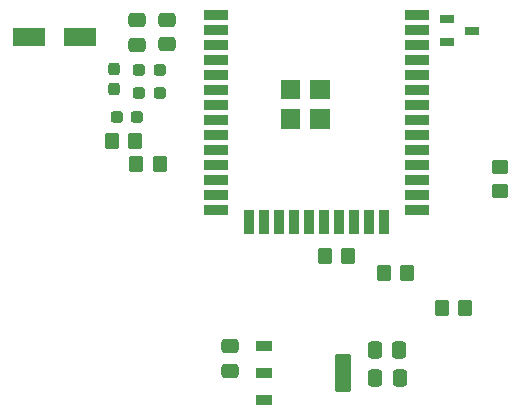
<source format=gtp>
G04 #@! TF.GenerationSoftware,KiCad,Pcbnew,(6.0.4)*
G04 #@! TF.CreationDate,2022-04-15T12:37:11+02:00*
G04 #@! TF.ProjectId,standaard,7374616e-6461-4617-9264-2e6b69636164,rev?*
G04 #@! TF.SameCoordinates,Original*
G04 #@! TF.FileFunction,Paste,Top*
G04 #@! TF.FilePolarity,Positive*
%FSLAX46Y46*%
G04 Gerber Fmt 4.6, Leading zero omitted, Abs format (unit mm)*
G04 Created by KiCad (PCBNEW (6.0.4)) date 2022-04-15 12:37:11*
%MOMM*%
%LPD*%
G01*
G04 APERTURE LIST*
G04 Aperture macros list*
%AMRoundRect*
0 Rectangle with rounded corners*
0 $1 Rounding radius*
0 $2 $3 $4 $5 $6 $7 $8 $9 X,Y pos of 4 corners*
0 Add a 4 corners polygon primitive as box body*
4,1,4,$2,$3,$4,$5,$6,$7,$8,$9,$2,$3,0*
0 Add four circle primitives for the rounded corners*
1,1,$1+$1,$2,$3*
1,1,$1+$1,$4,$5*
1,1,$1+$1,$6,$7*
1,1,$1+$1,$8,$9*
0 Add four rect primitives between the rounded corners*
20,1,$1+$1,$2,$3,$4,$5,0*
20,1,$1+$1,$4,$5,$6,$7,0*
20,1,$1+$1,$6,$7,$8,$9,0*
20,1,$1+$1,$8,$9,$2,$3,0*%
G04 Aperture macros list end*
%ADD10C,0.010000*%
%ADD11RoundRect,0.250000X-0.337500X-0.475000X0.337500X-0.475000X0.337500X0.475000X-0.337500X0.475000X0*%
%ADD12RoundRect,0.250000X0.337500X0.475000X-0.337500X0.475000X-0.337500X-0.475000X0.337500X-0.475000X0*%
%ADD13RoundRect,0.042000X-0.573000X-0.258000X0.573000X-0.258000X0.573000X0.258000X-0.573000X0.258000X0*%
%ADD14RoundRect,0.093000X-0.562000X0.372000X-0.562000X-0.372000X0.562000X-0.372000X0.562000X0.372000X0*%
%ADD15RoundRect,0.131000X-0.524000X1.489000X-0.524000X-1.489000X0.524000X-1.489000X0.524000X1.489000X0*%
%ADD16R,2.000000X0.900000*%
%ADD17R,0.900000X2.000000*%
%ADD18RoundRect,0.237500X-0.237500X0.287500X-0.237500X-0.287500X0.237500X-0.287500X0.237500X0.287500X0*%
%ADD19RoundRect,0.250000X0.350000X0.450000X-0.350000X0.450000X-0.350000X-0.450000X0.350000X-0.450000X0*%
%ADD20RoundRect,0.237500X0.287500X0.237500X-0.287500X0.237500X-0.287500X-0.237500X0.287500X-0.237500X0*%
%ADD21RoundRect,0.250000X0.475000X-0.337500X0.475000X0.337500X-0.475000X0.337500X-0.475000X-0.337500X0*%
%ADD22RoundRect,0.250000X-0.450000X0.350000X-0.450000X-0.350000X0.450000X-0.350000X0.450000X0.350000X0*%
%ADD23RoundRect,0.250000X-0.350000X-0.450000X0.350000X-0.450000X0.350000X0.450000X-0.350000X0.450000X0*%
%ADD24R,2.800000X1.600000*%
G04 APERTURE END LIST*
G36*
X174749000Y-39820800D02*
G01*
X173169000Y-39820800D01*
X173169000Y-38240800D01*
X174749000Y-38240800D01*
X174749000Y-39820800D01*
G37*
D10*
X174749000Y-39820800D02*
X173169000Y-39820800D01*
X173169000Y-38240800D01*
X174749000Y-38240800D01*
X174749000Y-39820800D01*
G36*
X177249000Y-39820800D02*
G01*
X175669000Y-39820800D01*
X175669000Y-38240800D01*
X177249000Y-38240800D01*
X177249000Y-39820800D01*
G37*
X177249000Y-39820800D02*
X175669000Y-39820800D01*
X175669000Y-38240800D01*
X177249000Y-38240800D01*
X177249000Y-39820800D01*
G36*
X177249000Y-37320800D02*
G01*
X175669000Y-37320800D01*
X175669000Y-35740800D01*
X177249000Y-35740800D01*
X177249000Y-37320800D01*
G37*
X177249000Y-37320800D02*
X175669000Y-37320800D01*
X175669000Y-35740800D01*
X177249000Y-35740800D01*
X177249000Y-37320800D01*
G36*
X174749000Y-37320800D02*
G01*
X173169000Y-37320800D01*
X173169000Y-35740800D01*
X174749000Y-35740800D01*
X174749000Y-37320800D01*
G37*
X174749000Y-37320800D02*
X173169000Y-37320800D01*
X173169000Y-35740800D01*
X174749000Y-35740800D01*
X174749000Y-37320800D01*
D11*
X183246500Y-60980800D03*
X181171500Y-60980800D03*
D12*
X183196500Y-58630800D03*
X181121500Y-58630800D03*
D13*
X187249000Y-30630800D03*
X187249000Y-32530800D03*
X189369000Y-31580800D03*
D14*
X171778000Y-58240800D03*
X171778000Y-60530800D03*
X171778000Y-62820800D03*
D15*
X178468000Y-60530800D03*
D16*
X184709000Y-30280800D03*
X184709000Y-31550800D03*
X184709000Y-32820800D03*
X184709000Y-34090800D03*
X184709000Y-35360800D03*
X184709000Y-36630800D03*
X184709000Y-37900800D03*
X184709000Y-39170800D03*
X184709000Y-40440800D03*
X184709000Y-41710800D03*
X184709000Y-42980800D03*
X184709000Y-44250800D03*
X184709000Y-45520800D03*
X184709000Y-46790800D03*
D17*
X181924000Y-47790800D03*
X180654000Y-47790800D03*
X179384000Y-47790800D03*
X178114000Y-47790800D03*
X176844000Y-47790800D03*
X175574000Y-47790800D03*
X174304000Y-47790800D03*
X173034000Y-47790800D03*
X171764000Y-47790800D03*
X170494000Y-47790800D03*
D16*
X167709000Y-46790800D03*
X167709000Y-45520800D03*
X167709000Y-44250800D03*
X167709000Y-42980800D03*
X167709000Y-41710800D03*
X167709000Y-40440800D03*
X167709000Y-39170800D03*
X167709000Y-37900800D03*
X167709000Y-36630800D03*
X167709000Y-35360800D03*
X167709000Y-34090800D03*
X167709000Y-32820800D03*
X167709000Y-31550800D03*
X167709000Y-30280800D03*
D18*
X159059000Y-34805800D03*
X159059000Y-36555800D03*
D19*
X186809000Y-55030800D03*
X188809000Y-55030800D03*
D20*
X161184000Y-36830800D03*
X162934000Y-36830800D03*
D21*
X168909000Y-60368300D03*
X168909000Y-58293300D03*
X161009000Y-32768300D03*
X161009000Y-30693300D03*
D22*
X191709000Y-45130800D03*
X191709000Y-43130800D03*
D19*
X183909000Y-52130800D03*
X181909000Y-52130800D03*
D23*
X160959000Y-42830800D03*
X162959000Y-42830800D03*
D20*
X159284000Y-38930800D03*
X161034000Y-38930800D03*
D19*
X178909000Y-50630800D03*
X176909000Y-50630800D03*
D23*
X158859000Y-40930800D03*
X160859000Y-40930800D03*
D20*
X161184000Y-34880800D03*
X162934000Y-34880800D03*
D21*
X163559000Y-32718300D03*
X163559000Y-30643300D03*
D24*
X156159000Y-32130800D03*
X151859000Y-32130800D03*
M02*

</source>
